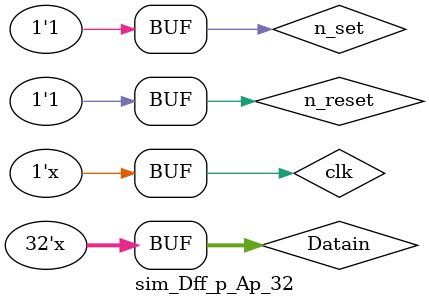
<source format=v>
`timescale 1ns / 1ps


module sim_Dff_p_Ap_32( );
reg clk,n_reset,n_set;
reg [31:0]Datain;
wire [31:0]Dataout;
Dff_p_Ap_32 u_Dff_p_Ap_32(.clk(clk),.Datain(Datain),.n_reset(n_reset),.n_set(n_set),.Dataout(Dataout));
initial begin
clk=0;
Datain=0;
n_reset=0;
n_set=1;
#50 n_reset=1;n_set=0;
#40 n_set=1;n_reset=0;
#40 n_reset=1;
end
always
#20 clk=~clk;
always
begin
#50 Datain=Datain+1000;
#50 Datain=Datain-100;
end
endmodule

</source>
